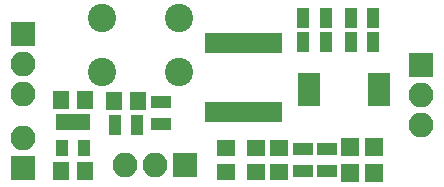
<source format=gbr>
%TF.GenerationSoftware,KiCad,Pcbnew,no-vcs-found-75b21d0~61~ubuntu14.04.1*%
%TF.CreationDate,2017-12-18T14:02:50+05:30*%
%TF.ProjectId,STM8_Flasher,53544D385F466C61736865722E6B6963,rev?*%
%TF.SameCoordinates,Original*%
%TF.FileFunction,Soldermask,Top*%
%TF.FilePolarity,Negative*%
%FSLAX46Y46*%
G04 Gerber Fmt 4.6, Leading zero omitted, Abs format (unit mm)*
G04 Created by KiCad (PCBNEW no-vcs-found-75b21d0~61~ubuntu14.04.1) date Mon Dec 18 14:02:50 2017*
%MOMM*%
%LPD*%
G01*
G04 APERTURE LIST*
%ADD10O,2.100000X2.100000*%
%ADD11R,2.100000X2.100000*%
%ADD12R,1.700000X1.100000*%
%ADD13R,0.800000X1.800000*%
%ADD14R,1.650000X1.400000*%
%ADD15R,1.400000X1.650000*%
%ADD16R,1.600000X1.600000*%
%ADD17R,1.100000X1.700000*%
%ADD18C,2.400000*%
%ADD19R,1.050000X1.460000*%
%ADD20R,1.850000X0.850000*%
G04 APERTURE END LIST*
D10*
%TO.C,J2*%
X95960000Y-135400000D03*
X98500000Y-135400000D03*
D11*
X101040000Y-135400000D03*
%TD*%
D12*
%TO.C,R8*%
X111000000Y-135950000D03*
X111000000Y-134050000D03*
%TD*%
D13*
%TO.C,U1*%
X103075000Y-130950000D03*
X103725000Y-130950000D03*
X104375000Y-130950000D03*
X105025000Y-130950000D03*
X105675000Y-130950000D03*
X106325000Y-130950000D03*
X106975000Y-130950000D03*
X107625000Y-130950000D03*
X108275000Y-130950000D03*
X108925000Y-130950000D03*
X108925000Y-125050000D03*
X108275000Y-125050000D03*
X107625000Y-125050000D03*
X106975000Y-125050000D03*
X106325000Y-125050000D03*
X105675000Y-125050000D03*
X105025000Y-125050000D03*
X104375000Y-125050000D03*
X103725000Y-125050000D03*
X103075000Y-125050000D03*
%TD*%
D14*
%TO.C,C1*%
X104500000Y-136000000D03*
X104500000Y-134000000D03*
%TD*%
%TO.C,C2*%
X107000000Y-134000000D03*
X107000000Y-136000000D03*
%TD*%
%TO.C,C3*%
X109000000Y-136000000D03*
X109000000Y-134000000D03*
%TD*%
D15*
%TO.C,C4*%
X97000000Y-130000000D03*
X95000000Y-130000000D03*
%TD*%
%TO.C,C5*%
X92550000Y-129900000D03*
X90550000Y-129900000D03*
%TD*%
%TO.C,C6*%
X92550000Y-135900000D03*
X90550000Y-135900000D03*
%TD*%
D16*
%TO.C,D1*%
X115000000Y-136100000D03*
X115000000Y-133900000D03*
%TD*%
%TO.C,D2*%
X117000000Y-133900000D03*
X117000000Y-136100000D03*
%TD*%
D11*
%TO.C,J1*%
X121000000Y-126960000D03*
D10*
X121000000Y-129500000D03*
X121000000Y-132040000D03*
%TD*%
D11*
%TO.C,J3*%
X87300000Y-135700000D03*
D10*
X87300000Y-133160000D03*
%TD*%
D17*
%TO.C,R1*%
X115050000Y-125000000D03*
X116950000Y-125000000D03*
%TD*%
%TO.C,R2*%
X116950000Y-123000000D03*
X115050000Y-123000000D03*
%TD*%
%TO.C,R3*%
X96950000Y-132000000D03*
X95050000Y-132000000D03*
%TD*%
D12*
%TO.C,R4*%
X99000000Y-131950000D03*
X99000000Y-130050000D03*
%TD*%
%TO.C,R5*%
X113000000Y-134050000D03*
X113000000Y-135950000D03*
%TD*%
D17*
%TO.C,R6*%
X112950000Y-123000000D03*
X111050000Y-123000000D03*
%TD*%
%TO.C,R7*%
X111050000Y-125000000D03*
X112950000Y-125000000D03*
%TD*%
D18*
%TO.C,SW1*%
X94000000Y-127500000D03*
X94000000Y-123000000D03*
X100500000Y-127500000D03*
X100500000Y-123000000D03*
%TD*%
D19*
%TO.C,U3*%
X92500000Y-131800000D03*
X91550000Y-131800000D03*
X90600000Y-131800000D03*
X90600000Y-134000000D03*
X92500000Y-134000000D03*
%TD*%
D11*
%TO.C,J4*%
X87300000Y-124300000D03*
D10*
X87300000Y-126840000D03*
X87300000Y-129380000D03*
%TD*%
D20*
%TO.C,U2*%
X117450000Y-129975000D03*
X117450000Y-129325000D03*
X117450000Y-128675000D03*
X117450000Y-128025000D03*
X111550000Y-128025000D03*
X111550000Y-128675000D03*
X111550000Y-129325000D03*
X111550000Y-129975000D03*
%TD*%
M02*

</source>
